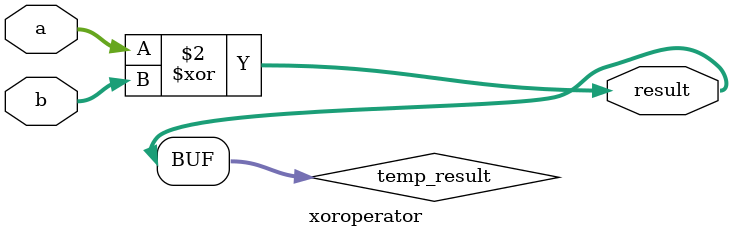
<source format=sv>
module xoroperator #(parameter N = 8)
    (
     input logic [N-1:0] a,
     input logic [N-1:0] b,
     output logic [N-1:0] result
    );

    // For intermediate results
    logic [N-1:0] temp_result;

    always_comb begin
        temp_result = a ^ b;
    end

    // Assign result
    assign result = temp_result;

endmodule
</source>
